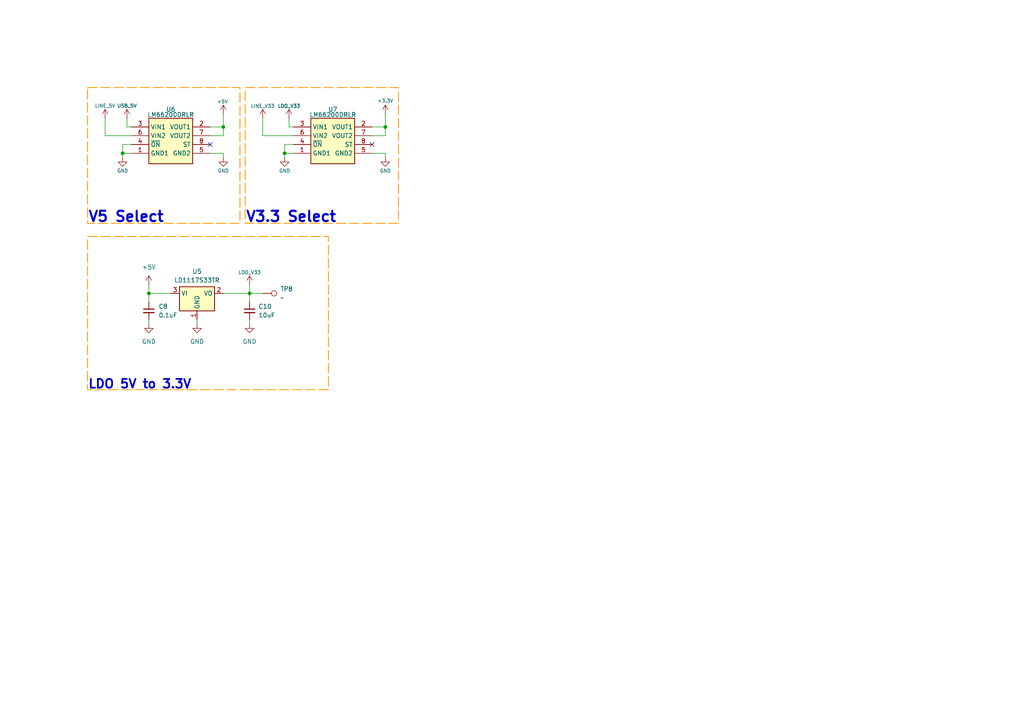
<source format=kicad_sch>
(kicad_sch (version 20250114) (generator "eeschema") (generator_version "9.0")
  (paper "A4")
  (title_block (title "Relay Module") (date "2025-03-22") (rev "1.0") (company "CRG Makes") (comment 1 "Aquarius"))
  (lib_symbols
    (symbol "CRGM Power:LM66200DRLR"
      (property "Reference" "U" (at -6.096 10.922 0))
      (property "Value" "LM66200DRLR" (at -6.096 8.382 0))
      (symbol "LM66200DRLR_1_1"
        (rectangle (start -6.35 6.35) (end 6.35 -6.858) (stroke (width 0.254)) (fill (type background)))
        (pin passive line (at -11.43 3.81 0) (length 5.08) (name "VIN1") (number "3"))
        (pin passive line (at -11.43 1.27 0) (length 5.08) (name "VIN2") (number "6"))
        (pin passive line (at -11.43 -1.27 0) (length 5.08) (name "~{ON}") (number "4"))
        (pin passive line (at -11.43 -3.81 0) (length 5.08) (name "GND1") (number "1"))
        (pin power_out line (at 11.43 3.81 180) (length 5.08) (name "VOUT1") (number "2"))
        (pin power_out line (at 11.43 1.27 180) (length 5.08) (name "VOUT2") (number "7"))
        (pin passive line (at 11.43 -1.27 180) (length 5.08) (name "ST") (number "8"))
        (pin passive line (at 11.43 -3.81 180) (length 5.08) (name "GND2") (number "5"))
      )
    )
    (symbol "Connector:TestPoint" (pin_numbers (hide yes)) (pin_names (offset 0.762) (hide yes))
      (property "Reference" "TP" (at 0 6.858 0))
      (property "Value" "TestPoint" (at 0 5.08 0))
      (symbol "TestPoint_0_1"
        (circle (center 0 3.302) (radius 0.762))
      )
      (symbol "TestPoint_1_1"
        (pin passive line (at 0 0 90) (length 2.54) (name "1") (number "1"))
      )
    )
    (symbol "Device:C_Small" (pin_numbers (hide yes)) (pin_names (offset 0.254) (hide yes))
      (property "Reference" "C" (at 0.254 1.778 0))
      (property "Value" "C_Small" (at 0.254 -2.032 0))
      (symbol "C_Small_0_1"
        (polyline (pts (xy -1.524 0.508) (xy 1.524 0.508)) (stroke (width 0.3048)))
        (polyline (pts (xy -1.524 -0.508) (xy 1.524 -0.508)) (stroke (width 0.3302)))
      )
      (symbol "C_Small_1_1"
        (pin passive line (at 0 2.54 270) (length 2.032) (name "~") (number "1"))
        (pin passive line (at 0 -2.54 90) (length 2.032) (name "~") (number "2"))
      )
    )
    (symbol "Regulator_Linear:LD1117S33TR_SOT223"
      (property "Reference" "U" (at -3.81 3.175 0))
      (property "Value" "LD1117S33TR_SOT223" (at 0 3.175 0))
      (symbol "LD1117S33TR_SOT223_0_1"
        (rectangle (start -5.08 -5.08) (end 5.08 1.905) (stroke (width 0.254)) (fill (type background)))
      )
      (symbol "LD1117S33TR_SOT223_1_1"
        (pin power_in line (at -7.62 0 0) (length 2.54) (name "VI") (number "3"))
        (pin power_in line (at 0 -7.62 90) (length 2.54) (name "GND") (number "1"))
        (pin power_out line (at 7.62 0 180) (length 2.54) (name "VO") (number "2"))
      )
    )
    (symbol "power:+3.3V" (power) (pin_numbers (hide yes)) (pin_names (offset 0) (hide yes))
      (property "Value" "+3.3V" (at 0 3.556 0))
      (symbol "+3.3V_0_1"
        (polyline (pts (xy -0.762 1.27) (xy 0 2.54)))
        (polyline (pts (xy 0 2.54) (xy 0.762 1.27)))
        (polyline (pts (xy 0 0) (xy 0 2.54)))
      )
      (symbol "+3.3V_1_1"
        (pin power_in line (at 0 0 90) (length 0) (name "~") (number "1"))
      )
    )
    (symbol "power:+5V" (power) (pin_numbers (hide yes)) (pin_names (offset 0) (hide yes))
      (property "Value" "+5V" (at 0 3.556 0))
      (symbol "+5V_0_1"
        (polyline (pts (xy -0.762 1.27) (xy 0 2.54)))
        (polyline (pts (xy 0 2.54) (xy 0.762 1.27)))
        (polyline (pts (xy 0 0) (xy 0 2.54)))
      )
      (symbol "+5V_1_1"
        (pin power_in line (at 0 0 90) (length 0) (name "~") (number "1"))
      )
    )
    (symbol "power:GND" (power) (pin_numbers (hide yes)) (pin_names (offset 0) (hide yes))
      (property "Value" "GND" (at 0 -3.81 0))
      (symbol "GND_0_1"
        (polyline (pts (xy 0 0) (xy 0 -1.27) (xy 1.27 -1.27) (xy 0 -2.54) (xy -1.27 -1.27) (xy 0 -1.27)))
      )
      (symbol "GND_1_1"
        (pin power_in line (at 0 0 270) (length 0) (name "~") (number "1"))
      )
    )
  )
  (rectangle (start 25.4 68.58) (end 95.25 113.03) (stroke (width 0.254) (type dash) (color 255 153 0 1)))
  (rectangle (start 71.12 25.4) (end 115.57 64.77) (stroke (width 0.254) (type dash) (color 255 153 0 1)))
  (rectangle (start 25.4 25.4) (end 69.596 64.77) (stroke (width 0.254) (type dash) (color 255 153 0 1)))
  (text "V3.3 Select" (at 71.12 64.77 0) (effects (font (size 3 3) (thickness 0.6) (bold yes)) (justify left bottom)))
  (text "V5 Select" (at 25.4 64.77 0) (effects (font (size 3 3) (thickness 0.6) (bold yes)) (justify left bottom)))
  (text "LDO 5V to 3.3V" (at 25.4 113.03 0) (effects (font (size 2.54 2.54) (thickness 0.508) (bold yes)) (justify left bottom)))
  (junction (at 35.56 44.45))
  (junction (at 43.18 85.09))
  (junction (at 111.76 36.83))
  (junction (at 82.55 44.45))
  (junction (at 64.77 36.83))
  (junction (at 72.39 85.09))
  (no_connect (at 107.95 41.91))
  (no_connect (at 60.96 41.91))
  (wire (pts (xy 85.09 36.83) (xy 83.82 36.83)))
  (wire (pts (xy 72.39 92.71) (xy 72.39 93.98)))
  (wire (pts (xy 64.77 39.37) (xy 64.77 36.83)))
  (wire (pts (xy 111.76 44.45) (xy 111.76 45.72)))
  (wire (pts (xy 60.96 44.45) (xy 64.77 44.45)))
  (wire (pts (xy 43.18 85.09) (xy 43.18 82.55)))
  (wire (pts (xy 60.96 36.83) (xy 64.77 36.83)))
  (wire (pts (xy 57.15 92.71) (xy 57.15 93.98)))
  (wire (pts (xy 111.76 39.37) (xy 111.76 36.83)))
  (wire (pts (xy 38.1 36.83) (xy 36.83 36.83)))
  (wire (pts (xy 107.95 36.83) (xy 111.76 36.83)))
  (wire (pts (xy 64.77 33.02) (xy 64.77 36.83)))
  (wire (pts (xy 107.95 44.45) (xy 111.76 44.45)))
  (wire (pts (xy 38.1 39.37) (xy 30.48 39.37)))
  (wire (pts (xy 85.09 44.45) (xy 82.55 44.45)))
  (wire (pts (xy 85.09 39.37) (xy 76.2 39.37)))
  (wire (pts (xy 82.55 41.91) (xy 82.55 44.45)))
  (wire (pts (xy 60.96 39.37) (xy 64.77 39.37)))
  (wire (pts (xy 43.18 85.09) (xy 43.18 87.63)))
  (wire (pts (xy 38.1 44.45) (xy 35.56 44.45)))
  (wire (pts (xy 111.76 33.02) (xy 111.76 36.83)))
  (wire (pts (xy 30.48 39.37) (xy 30.48 34.29)))
  (wire (pts (xy 72.39 82.55) (xy 72.39 85.09)))
  (wire (pts (xy 72.39 85.09) (xy 76.2 85.09)))
  (wire (pts (xy 35.56 41.91) (xy 35.56 44.45)))
  (wire (pts (xy 43.18 85.09) (xy 49.53 85.09)))
  (wire (pts (xy 64.77 85.09) (xy 72.39 85.09)))
  (wire (pts (xy 76.2 39.37) (xy 76.2 34.29)))
  (wire (pts (xy 36.83 36.83) (xy 36.83 34.29)))
  (wire (pts (xy 82.55 44.45) (xy 82.55 45.72)))
  (wire (pts (xy 85.09 41.91) (xy 82.55 41.91)))
  (wire (pts (xy 38.1 41.91) (xy 35.56 41.91)))
  (wire (pts (xy 35.56 44.45) (xy 35.56 45.72)))
  (wire (pts (xy 83.82 36.83) (xy 83.82 34.29)))
  (wire (pts (xy 107.95 39.37) (xy 111.76 39.37)))
  (wire (pts (xy 64.77 44.45) (xy 64.77 45.72)))
  (wire (pts (xy 72.39 85.09) (xy 72.39 87.63)))
  (wire (pts (xy 43.18 92.71) (xy 43.18 93.98)))
  (symbol (lib_id "power:GND") (at 64.77 45.72 0) (unit 1)
    (property "Reference" "#PWR087" (effects (hide yes)))
    (property "Value" "GND" (at 64.77 49.53 0) (effects (font (size 1 1))))
    (property "Description" "Power symbol creates a global label with name \"GND\" , ground" (effects (hide yes)))
  )
  (symbol (lib_id "power:GND") (at 57.15 93.98 0) (unit 1)
    (property "Reference" "#PWR093" (effects (hide yes)))
    (property "Value" "GND" (at 57.15 99.06 0))
    (property "Description" "Power symbol creates a global label with name \"GND\" , ground" (effects (hide yes)))
    (instances (project "power-module" (path "" (reference "#PWR030") (unit 1)) (path "" (reference "#PWR093") (unit 1))))
  )
  (symbol (lib_id "power:+3.3V") (at 72.39 82.55 0) (unit 1)
    (property "Reference" "#PWR091" (effects (hide yes)))
    (property "Value" "LDO_V33" (at 72.39 78.994 0) (effects (font (size 1 1))))
    (property "Description" "Power symbol creates a global label with name \"+3.3V\"" (effects (hide yes)))
  )
  (symbol (lib_id "Connector:TestPoint") (at 76.2 85.09 270) (unit 1) (in_bom no)
    (property "Reference" "TP18" (at 81.28 83.8199 90) (effects (justify left)))
    (property "Value" "~" (at 81.28 86.3599 90) (effects (justify left)))
    (property "Footprint" "CRGM Mechanical:TestPoint_Pad_D1.0mm" (effects (hide yes)))
    (property "Description" "test point" (effects (hide yes)))
    (instances (project "power-module" (path "" (reference "TP8") (unit 1)) (path "" (reference "TP18") (unit 1))))
  )
  (symbol (lib_id "power:GND") (at 111.76 45.72 0) (unit 1)
    (property "Reference" "#PWR089" (effects (hide yes)))
    (property "Value" "GND" (at 111.76 49.53 0) (effects (font (size 1 1))))
    (property "Description" "Power symbol creates a global label with name \"GND\" , ground" (effects (hide yes)))
  )
  (symbol (lib_id "power:+3.3V") (at 83.82 34.29 0) (unit 1)
    (property "Reference" "#PWR085" (effects (hide yes)))
    (property "Value" "LDO_V33" (at 83.82 30.734 0) (effects (font (size 1 1))))
    (property "Description" "Power symbol creates a global label with name \"+3.3V\"" (effects (hide yes)))
  )
  (symbol (lib_id "power:+5V") (at 64.77 33.02 0) (unit 1)
    (property "Reference" "#PWR080" (effects (hide yes)))
    (property "Value" "+5V" (at 64.516 29.464 0) (effects (font (size 1 1))))
    (property "Description" "Power symbol creates a global label with name \"+5V\"" (effects (hide yes)))
  )
  (symbol (lib_id "Device:C_Small") (at 43.18 90.17 0) (unit 1)
    (property "Reference" "C18" (at 45.974 88.9 0) (effects (justify left)))
    (property "Value" "0.1uF" (at 45.974 91.44 0) (effects (justify left)))
    (property "Footprint" "Capacitor_SMD:C_0603_1608Metric" (effects (hide yes)))
    (property "Description" "Unpolarized capacitor, small symbol" (effects (hide yes)))
    (property "MF" "Samsung" (effects (hide yes)))
    (property "MPN" "CL10B104KO8NNNC" (effects (hide yes)))
    (property "LCSC" "C66501" (effects (hide yes)))
    (property "Mouser" "187-CL10B104KO8NNNC" (effects (hide yes)))
    (property "Digikey" "1276-1005-2-ND" (effects (hide yes)))
    (instances (project "power-module" (path "" (reference "C8") (unit 1)) (path "" (reference "C18") (unit 1))))
  )
  (symbol (lib_id "power:+3.3V") (at 76.2 34.29 0) (unit 1)
    (property "Reference" "#PWR084" (effects (hide yes)))
    (property "Value" "LINE_V33" (at 76.2 30.734 0) (effects (font (size 1 1))))
    (property "Description" "Power symbol creates a global label with name \"+3.3V\"" (effects (hide yes)))
  )
  (symbol (lib_id "power:+5V") (at 36.83 34.29 0) (unit 1)
    (property "Reference" "#PWR083" (effects (hide yes)))
    (property "Value" "USB_5V" (at 36.83 31.242 0) (effects (font (size 1 1)) (justify bottom)))
    (property "Description" "Power symbol creates a global label with name \"+5V\"" (effects (hide yes)))
  )
  (symbol (lib_id "Device:C_Small") (at 72.39 90.17 0) (unit 1)
    (property "Reference" "C19" (at 74.93 88.9 0) (effects (justify left)))
    (property "Value" "10uF" (at 74.93 91.44 0) (effects (justify left)))
    (property "Footprint" "Capacitor_SMD:C_0603_1608Metric" (effects (hide yes)))
    (property "Description" "Unpolarized capacitor, small symbol" (effects (hide yes)))
    (property "MF" "Samsung" (effects (hide yes)))
    (property "MPN" "CL10A106MO8NQNC" (effects (hide yes)))
    (property "LCSC" "C92487" (effects (hide yes)))
    (property "Digikey" "1276-1870-2-ND" (effects (hide yes)))
    (property "Mouser" "187-CL10A106MO8NQNC" (effects (hide yes)))
    (instances (project "power-module" (path "" (reference "C10") (unit 1)) (path "" (reference "C19") (unit 1))))
  )
  (symbol (lib_id "Regulator_Linear:LD1117S33TR_SOT223") (at 57.15 85.09 0) (unit 1)
    (property "Reference" "U8" (at 57.15 78.74 0))
    (property "Value" "LD1117S33TR" (at 57.15 81.28 0))
    (property "Footprint" "CRGM Power:SOT230P700X180-4N" (effects (hide yes)))
    (property "Datasheet" "http://www.st.com/st-web-ui/static/active/en/resource/technical/document/datasheet/CD00000544.pdf" (effects (hide yes)))
    (property "Description" "800mA Fixed Low Drop Positive Voltage Regulator, Fixed Output 3.3V, SOT-223" (effects (hide yes)))
    (property "LCSC_PN" "C86781" (effects (hide yes)))
    (property "MF" "STMicroeletronics" (effects (hide yes)))
    (property "MPN" "LD1117S33TR" (effects (hide yes)))
    (property "Mouser" "511-LD1117S33" (effects (hide yes)))
    (property "Digikey" "497-1242-2-ND" (effects (hide yes)))
    (instances (project "power-module" (path "" (reference "U5") (unit 1)) (path "" (reference "U8") (unit 1))))
  )
  (symbol (lib_id "power:+3.3V") (at 111.76 33.02 0) (unit 1)
    (property "Reference" "#PWR081" (effects (hide yes)))
    (property "Value" "+3.3V" (at 111.76 29.21 0) (effects (font (size 1 1))))
    (property "Description" "Power symbol creates a global label with name \"+3.3V\"" (effects (hide yes)))
  )
  (symbol (lib_id "power:GND") (at 72.39 93.98 0) (unit 1)
    (property "Reference" "#PWR094" (effects (hide yes)))
    (property "Value" "GND" (at 72.39 99.06 0))
    (property "Description" "Power symbol creates a global label with name \"GND\" , ground" (effects (hide yes)))
    (instances (project "power-module" (path "" (reference "#PWR029") (unit 1)) (path "" (reference "#PWR094") (unit 1))))
  )
  (symbol (lib_id "power:+5V") (at 30.48 34.29 0) (unit 1)
    (property "Reference" "#PWR082" (effects (hide yes)))
    (property "Value" "LINE_5V" (at 30.48 31.242 0) (effects (font (size 1 1)) (justify bottom)))
    (property "Description" "Power symbol creates a global label with name \"+5V\"" (effects (hide yes)))
  )
  (symbol (lib_id "power:GND") (at 43.18 93.98 0) (unit 1)
    (property "Reference" "#PWR092" (effects (hide yes)))
    (property "Value" "GND" (at 43.18 99.06 0))
    (property "Description" "Power symbol creates a global label with name \"GND\" , ground" (effects (hide yes)))
    (instances (project "power-module" (path "" (reference "#PWR032") (unit 1)) (path "" (reference "#PWR092") (unit 1))))
  )
  (symbol (lib_id "CRGM Power:LM66200DRLR") (at 96.52 40.64 0) (unit 1)
    (property "Reference" "U7" (at 96.52 31.75 0))
    (property "Value" "LM66200DRLR" (at 96.52 33.274 0))
    (property "Footprint" "CRGM Power:SOTFL50P160X60-8N" (effects (hide yes)))
    (property "Datasheet" "https://www.ti.com/lit/gpn/lm66200" (effects (hide yes)))
    (property "Description" "1.6-V to 5.5-V, 40-m, 2.5-A, low-IQ, dual ideal diode" (effects (hide yes)))
    (property "MN" "Texas Instruments" (effects (hide yes)))
    (property "MPN" "LM66200DRLR" (effects (hide yes)))
    (property "Mouser" "595-LM66200DRLR" (effects (hide yes)))
    (property "Digikey" "296-LM66200DRLRTR-ND" (effects (hide yes)))
    (property "LCSC" "C3235556" (effects (hide yes)))
    (property "Height" "0.6" (effects (hide yes)))
  )
  (symbol (lib_id "CRGM Power:LM66200DRLR") (at 49.53 40.64 0) (unit 1)
    (property "Reference" "U6" (at 49.53 31.75 0))
    (property "Value" "LM66200DRLR" (at 49.53 33.274 0))
    (property "Footprint" "CRGM Power:SOTFL50P160X60-8N" (effects (hide yes)))
    (property "Datasheet" "https://www.ti.com/lit/gpn/lm66200" (effects (hide yes)))
    (property "Description" "1.6-V to 5.5-V, 40-m, 2.5-A, low-IQ, dual ideal diode" (effects (hide yes)))
    (property "MN" "Texas Instruments" (effects (hide yes)))
    (property "MPN" "LM66200DRLR" (effects (hide yes)))
    (property "Mouser" "595-LM66200DRLR" (effects (hide yes)))
    (property "Digikey" "296-LM66200DRLRTR-ND" (effects (hide yes)))
    (property "LCSC" "C3235556" (effects (hide yes)))
    (property "Height" "0.6" (effects (hide yes)))
  )
  (symbol (lib_id "power:GND") (at 35.56 45.72 0) (unit 1)
    (property "Reference" "#PWR086" (effects (hide yes)))
    (property "Value" "GND" (at 35.56 49.53 0) (effects (font (size 1 1))))
    (property "Description" "Power symbol creates a global label with name \"GND\" , ground" (effects (hide yes)))
  )
  (symbol (lib_id "power:+5V") (at 43.18 82.55 0) (unit 1)
    (property "Reference" "#PWR090" (effects (hide yes)))
    (property "Value" "+5V" (at 43.18 77.47 0))
    (property "Description" "Power symbol creates a global label with name \"+5V\"" (effects (hide yes)))
    (instances (project "power-module" (path "" (reference "#PWR031") (unit 1)) (path "" (reference "#PWR090") (unit 1))))
  )
  (symbol (lib_id "power:GND") (at 82.55 45.72 0) (unit 1)
    (property "Reference" "#PWR088" (effects (hide yes)))
    (property "Value" "GND" (at 82.55 49.53 0) (effects (font (size 1 1))))
    (property "Description" "Power symbol creates a global label with name \"GND\" , ground" (effects (hide yes)))
  )
)
</source>
